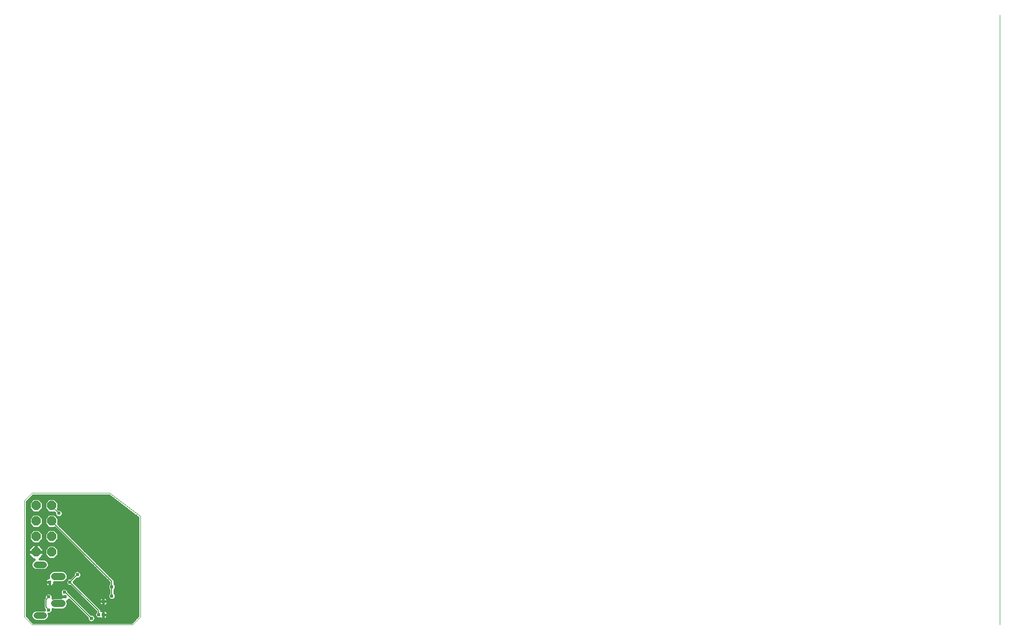
<source format=gbl>
G75*
%MOIN*%
%OFA0B0*%
%FSLAX25Y25*%
%IPPOS*%
%LPD*%
%AMOC8*
5,1,8,0,0,1.08239X$1,22.5*
%
%ADD10C,0.00000*%
%ADD11OC8,0.06000*%
%ADD12C,0.04362*%
%ADD13C,0.04756*%
%ADD14C,0.00600*%
%ADD15C,0.02400*%
%ADD16C,0.01600*%
D10*
X0010300Y0011300D02*
X0010300Y0086300D01*
X0015300Y0091300D01*
X0065300Y0091300D01*
X0085300Y0076300D01*
X0085300Y0011300D01*
X0080300Y0006300D01*
X0015300Y0006300D01*
X0010300Y0011300D01*
X0640221Y0006300D02*
X0640221Y0400001D01*
D11*
X0027800Y0083300D03*
X0027800Y0073300D03*
X0017800Y0073300D03*
X0017800Y0083300D03*
X0017800Y0063300D03*
X0017800Y0053300D03*
X0027800Y0053300D03*
X0027800Y0063300D03*
D12*
X0022481Y0045237D02*
X0018119Y0045237D01*
X0018119Y0012363D02*
X0022481Y0012363D01*
D13*
X0029733Y0020040D02*
X0034489Y0020040D01*
X0034489Y0037560D02*
X0029733Y0037560D01*
D14*
X0039700Y0033900D02*
X0044500Y0038700D01*
X0039700Y0033900D02*
X0058300Y0015300D01*
X0058300Y0012900D01*
X0053500Y0010500D02*
X0036700Y0027300D01*
X0036100Y0027300D01*
X0025900Y0024300D02*
X0024100Y0022500D01*
X0024100Y0017700D01*
X0025900Y0015900D01*
X0066700Y0024900D02*
X0066700Y0030900D01*
X0066700Y0034500D01*
X0028300Y0072900D01*
X0027800Y0073300D01*
X0032500Y0078300D02*
X0027700Y0083100D01*
X0027800Y0083300D01*
D15*
X0032500Y0078300D03*
X0044500Y0038700D03*
X0039700Y0033900D03*
X0036100Y0027300D03*
X0036700Y0024300D03*
X0025900Y0024300D03*
X0026500Y0033900D03*
X0025900Y0015900D03*
X0053500Y0010500D03*
X0058300Y0012900D03*
X0061300Y0012900D03*
X0061300Y0021300D03*
X0066700Y0024900D03*
X0066700Y0030900D03*
D16*
X0069110Y0031876D02*
X0083700Y0031876D01*
X0083700Y0030278D02*
X0069256Y0030278D01*
X0069300Y0030383D02*
X0069300Y0031417D01*
X0068904Y0032373D01*
X0068400Y0032877D01*
X0068400Y0035204D01*
X0032163Y0071441D01*
X0032200Y0071477D01*
X0032200Y0075123D01*
X0031368Y0075955D01*
X0031983Y0075700D01*
X0033017Y0075700D01*
X0033973Y0076096D01*
X0034704Y0076827D01*
X0035100Y0077783D01*
X0035100Y0078817D01*
X0034704Y0079773D01*
X0033973Y0080504D01*
X0033017Y0080900D01*
X0032304Y0080900D01*
X0031963Y0081241D01*
X0032200Y0081477D01*
X0032200Y0085123D01*
X0029623Y0087700D01*
X0025977Y0087700D01*
X0023400Y0085123D01*
X0023400Y0081477D01*
X0025977Y0078900D01*
X0029496Y0078900D01*
X0029900Y0078496D01*
X0029900Y0077783D01*
X0030155Y0077168D01*
X0029623Y0077700D01*
X0025977Y0077700D01*
X0023400Y0075123D01*
X0023400Y0071477D01*
X0025977Y0068900D01*
X0029623Y0068900D01*
X0029759Y0069037D01*
X0065000Y0033796D01*
X0065000Y0032877D01*
X0064496Y0032373D01*
X0064100Y0031417D01*
X0064100Y0030383D01*
X0064496Y0029427D01*
X0065000Y0028923D01*
X0065000Y0026877D01*
X0064496Y0026373D01*
X0064100Y0025417D01*
X0064100Y0024383D01*
X0064496Y0023427D01*
X0065227Y0022696D01*
X0066183Y0022300D01*
X0067217Y0022300D01*
X0068173Y0022696D01*
X0068904Y0023427D01*
X0069300Y0024383D01*
X0069300Y0025417D01*
X0068904Y0026373D01*
X0068400Y0026877D01*
X0068400Y0028923D01*
X0068904Y0029427D01*
X0069300Y0030383D01*
X0068400Y0028679D02*
X0083700Y0028679D01*
X0083700Y0027081D02*
X0068400Y0027081D01*
X0069273Y0025482D02*
X0083700Y0025482D01*
X0083700Y0023884D02*
X0069093Y0023884D01*
X0064307Y0023884D02*
X0062833Y0023884D01*
X0062721Y0023959D02*
X0062175Y0024185D01*
X0061595Y0024300D01*
X0061300Y0024300D01*
X0061300Y0021300D01*
X0064300Y0021300D01*
X0064300Y0021595D01*
X0064185Y0022175D01*
X0063959Y0022721D01*
X0063630Y0023212D01*
X0063212Y0023630D01*
X0062721Y0023959D01*
X0061300Y0023884D02*
X0061300Y0023884D01*
X0061300Y0024300D02*
X0061300Y0021300D01*
X0061300Y0021300D01*
X0061300Y0021300D01*
X0064300Y0021300D01*
X0064300Y0021005D01*
X0064185Y0020425D01*
X0063959Y0019879D01*
X0063630Y0019388D01*
X0063212Y0018970D01*
X0062721Y0018641D01*
X0062175Y0018415D01*
X0061595Y0018300D01*
X0061300Y0018300D01*
X0061300Y0021300D01*
X0061300Y0021300D01*
X0061300Y0021300D01*
X0058300Y0021300D01*
X0058300Y0021595D01*
X0058415Y0022175D01*
X0058641Y0022721D01*
X0058970Y0023212D01*
X0059388Y0023630D01*
X0059879Y0023959D01*
X0060425Y0024185D01*
X0061005Y0024300D01*
X0061300Y0024300D01*
X0059767Y0023884D02*
X0052121Y0023884D01*
X0053719Y0022285D02*
X0058461Y0022285D01*
X0058300Y0021300D02*
X0058300Y0021005D01*
X0058415Y0020425D01*
X0058641Y0019879D01*
X0058970Y0019388D01*
X0059388Y0018970D01*
X0059879Y0018641D01*
X0060425Y0018415D01*
X0061005Y0018300D01*
X0061300Y0018300D01*
X0061300Y0021300D01*
X0058300Y0021300D01*
X0058363Y0020687D02*
X0055318Y0020687D01*
X0056916Y0019088D02*
X0059269Y0019088D01*
X0058515Y0017490D02*
X0083700Y0017490D01*
X0083700Y0019088D02*
X0063331Y0019088D01*
X0064237Y0020687D02*
X0083700Y0020687D01*
X0083700Y0022285D02*
X0064139Y0022285D01*
X0061300Y0022285D02*
X0061300Y0022285D01*
X0061300Y0020687D02*
X0061300Y0020687D01*
X0061300Y0019088D02*
X0061300Y0019088D01*
X0061300Y0015900D02*
X0061595Y0015900D01*
X0062175Y0015785D01*
X0062721Y0015559D01*
X0063212Y0015230D01*
X0063630Y0014812D01*
X0063959Y0014321D01*
X0064185Y0013775D01*
X0064300Y0013195D01*
X0064300Y0012900D01*
X0061300Y0012900D01*
X0061300Y0012900D01*
X0061300Y0012900D01*
X0061300Y0015900D01*
X0061005Y0015900D01*
X0060425Y0015785D01*
X0060000Y0015609D01*
X0060000Y0016004D01*
X0042300Y0033704D01*
X0042300Y0034096D01*
X0044304Y0036100D01*
X0045017Y0036100D01*
X0045973Y0036496D01*
X0046704Y0037227D01*
X0047100Y0038183D01*
X0047100Y0039217D01*
X0046704Y0040173D01*
X0045973Y0040904D01*
X0045017Y0041300D01*
X0043983Y0041300D01*
X0043027Y0040904D01*
X0042296Y0040173D01*
X0041900Y0039217D01*
X0041900Y0038504D01*
X0039896Y0036500D01*
X0039183Y0036500D01*
X0038227Y0036104D01*
X0037797Y0035674D01*
X0038267Y0036808D01*
X0038267Y0038311D01*
X0037692Y0039700D01*
X0036629Y0040763D01*
X0035240Y0041338D01*
X0028982Y0041338D01*
X0027593Y0040763D01*
X0026530Y0039700D01*
X0025955Y0038311D01*
X0025955Y0036850D01*
X0025625Y0036785D01*
X0025079Y0036559D01*
X0024588Y0036230D01*
X0024170Y0035812D01*
X0023841Y0035321D01*
X0023615Y0034775D01*
X0023500Y0034195D01*
X0023500Y0033900D01*
X0026500Y0033900D01*
X0026500Y0030900D01*
X0026795Y0030900D01*
X0027375Y0031015D01*
X0027921Y0031241D01*
X0028412Y0031570D01*
X0028830Y0031988D01*
X0029159Y0032479D01*
X0029385Y0033025D01*
X0029500Y0033605D01*
X0029500Y0033782D01*
X0035240Y0033782D01*
X0036629Y0034357D01*
X0037391Y0035119D01*
X0037100Y0034417D01*
X0037100Y0033383D01*
X0037496Y0032427D01*
X0038227Y0031696D01*
X0039183Y0031300D01*
X0039896Y0031300D01*
X0056459Y0014736D01*
X0056096Y0014373D01*
X0055700Y0013417D01*
X0055700Y0012383D01*
X0056096Y0011427D01*
X0056827Y0010696D01*
X0057783Y0010300D01*
X0058817Y0010300D01*
X0059419Y0010549D01*
X0059879Y0010241D01*
X0060425Y0010015D01*
X0061005Y0009900D01*
X0061300Y0009900D01*
X0061595Y0009900D01*
X0062175Y0010015D01*
X0062721Y0010241D01*
X0063212Y0010570D01*
X0063630Y0010988D01*
X0063959Y0011479D01*
X0064185Y0012025D01*
X0064300Y0012605D01*
X0064300Y0012900D01*
X0061300Y0012900D01*
X0061300Y0009900D01*
X0061300Y0012900D01*
X0061300Y0012900D01*
X0061300Y0015900D01*
X0061300Y0015891D02*
X0061300Y0015891D01*
X0061640Y0015891D02*
X0083700Y0015891D01*
X0083700Y0014293D02*
X0063970Y0014293D01*
X0064300Y0012694D02*
X0083700Y0012694D01*
X0083700Y0011963D02*
X0079637Y0007900D01*
X0015963Y0007900D01*
X0011900Y0011963D01*
X0011900Y0085637D01*
X0015963Y0089700D01*
X0064767Y0089700D01*
X0083700Y0075500D01*
X0083700Y0011963D01*
X0082833Y0011096D02*
X0063702Y0011096D01*
X0061300Y0011096D02*
X0061300Y0011096D01*
X0061300Y0012694D02*
X0061300Y0012694D01*
X0061300Y0014293D02*
X0061300Y0014293D01*
X0060960Y0015891D02*
X0060000Y0015891D01*
X0056063Y0014293D02*
X0052112Y0014293D01*
X0053304Y0013100D02*
X0038700Y0027704D01*
X0038700Y0027817D01*
X0038304Y0028773D01*
X0037573Y0029504D01*
X0036617Y0029900D01*
X0035583Y0029900D01*
X0034627Y0029504D01*
X0033896Y0028773D01*
X0033500Y0027817D01*
X0033500Y0026783D01*
X0033896Y0025827D01*
X0034030Y0025693D01*
X0033815Y0025175D01*
X0033700Y0024595D01*
X0033700Y0024300D01*
X0036700Y0024300D01*
X0036700Y0024300D01*
X0033700Y0024300D01*
X0033700Y0024005D01*
X0033737Y0023818D01*
X0028982Y0023818D01*
X0028418Y0023585D01*
X0028500Y0023783D01*
X0028500Y0024817D01*
X0028104Y0025773D01*
X0027373Y0026504D01*
X0026417Y0026900D01*
X0025383Y0026900D01*
X0024427Y0026504D01*
X0023696Y0025773D01*
X0023300Y0024817D01*
X0023300Y0024104D01*
X0022400Y0023204D01*
X0022400Y0016996D01*
X0023300Y0016096D01*
X0023300Y0015900D01*
X0023193Y0015944D01*
X0017407Y0015944D01*
X0016090Y0015399D01*
X0015083Y0014392D01*
X0014538Y0013075D01*
X0014538Y0011651D01*
X0015083Y0010334D01*
X0016090Y0009327D01*
X0017407Y0008782D01*
X0023193Y0008782D01*
X0024510Y0009327D01*
X0025517Y0010334D01*
X0026062Y0011651D01*
X0026062Y0013075D01*
X0025969Y0013300D01*
X0026417Y0013300D01*
X0027373Y0013696D01*
X0028104Y0014427D01*
X0028500Y0015383D01*
X0028500Y0016417D01*
X0028478Y0016471D01*
X0028982Y0016262D01*
X0035240Y0016262D01*
X0036629Y0016837D01*
X0037692Y0017900D01*
X0038267Y0019289D01*
X0038267Y0020792D01*
X0037945Y0021569D01*
X0038121Y0021641D01*
X0038612Y0021970D01*
X0039030Y0022388D01*
X0039102Y0022494D01*
X0050900Y0010696D01*
X0050900Y0009983D01*
X0051296Y0009027D01*
X0052027Y0008296D01*
X0052983Y0007900D01*
X0054017Y0007900D01*
X0054973Y0008296D01*
X0055704Y0009027D01*
X0056100Y0009983D01*
X0056100Y0011017D01*
X0055704Y0011973D01*
X0054973Y0012704D01*
X0054017Y0013100D01*
X0053304Y0013100D01*
X0054983Y0012694D02*
X0055700Y0012694D01*
X0056068Y0011096D02*
X0056428Y0011096D01*
X0055899Y0009497D02*
X0081234Y0009497D01*
X0064127Y0025482D02*
X0050522Y0025482D01*
X0048923Y0027081D02*
X0065000Y0027081D01*
X0065000Y0028679D02*
X0047325Y0028679D01*
X0045726Y0030278D02*
X0064144Y0030278D01*
X0064290Y0031876D02*
X0044128Y0031876D01*
X0042529Y0033475D02*
X0065000Y0033475D01*
X0063723Y0035073D02*
X0043277Y0035073D01*
X0046149Y0036672D02*
X0062124Y0036672D01*
X0060526Y0038270D02*
X0047100Y0038270D01*
X0046830Y0039869D02*
X0058927Y0039869D01*
X0057329Y0041467D02*
X0011900Y0041467D01*
X0011900Y0039869D02*
X0026699Y0039869D01*
X0025955Y0038270D02*
X0011900Y0038270D01*
X0011900Y0036672D02*
X0025352Y0036672D01*
X0023739Y0035073D02*
X0011900Y0035073D01*
X0011900Y0033475D02*
X0023526Y0033475D01*
X0023500Y0033605D02*
X0023615Y0033025D01*
X0023841Y0032479D01*
X0024170Y0031988D01*
X0024588Y0031570D01*
X0025079Y0031241D01*
X0025625Y0031015D01*
X0026205Y0030900D01*
X0026500Y0030900D01*
X0026500Y0033900D01*
X0026500Y0033900D01*
X0026500Y0033900D01*
X0023500Y0033900D01*
X0023500Y0033605D01*
X0024281Y0031876D02*
X0011900Y0031876D01*
X0011900Y0030278D02*
X0040918Y0030278D01*
X0042517Y0028679D02*
X0038343Y0028679D01*
X0039323Y0027081D02*
X0044115Y0027081D01*
X0045714Y0025482D02*
X0040922Y0025482D01*
X0042521Y0023884D02*
X0047312Y0023884D01*
X0048911Y0022285D02*
X0044119Y0022285D01*
X0045718Y0020687D02*
X0050509Y0020687D01*
X0052108Y0019088D02*
X0047316Y0019088D01*
X0048915Y0017490D02*
X0053706Y0017490D01*
X0055305Y0015891D02*
X0050513Y0015891D01*
X0048902Y0012694D02*
X0026062Y0012694D01*
X0025832Y0011096D02*
X0050500Y0011096D01*
X0051101Y0009497D02*
X0024680Y0009497D01*
X0027970Y0014293D02*
X0047303Y0014293D01*
X0045705Y0015891D02*
X0028500Y0015891D01*
X0022400Y0017490D02*
X0011900Y0017490D01*
X0011900Y0019088D02*
X0022400Y0019088D01*
X0022400Y0020687D02*
X0011900Y0020687D01*
X0011900Y0022285D02*
X0022400Y0022285D01*
X0023079Y0023884D02*
X0011900Y0023884D01*
X0011900Y0025482D02*
X0023575Y0025482D01*
X0028225Y0025482D02*
X0033942Y0025482D01*
X0033724Y0023884D02*
X0028500Y0023884D01*
X0033500Y0027081D02*
X0011900Y0027081D01*
X0011900Y0028679D02*
X0033857Y0028679D01*
X0038047Y0031876D02*
X0028719Y0031876D01*
X0029474Y0033475D02*
X0037100Y0033475D01*
X0037345Y0035073D02*
X0037372Y0035073D01*
X0038210Y0036672D02*
X0040068Y0036672D01*
X0041666Y0038270D02*
X0038267Y0038270D01*
X0037523Y0039869D02*
X0042170Y0039869D01*
X0050935Y0047861D02*
X0024921Y0047861D01*
X0024510Y0048273D02*
X0025517Y0047266D01*
X0026062Y0045949D01*
X0026062Y0044525D01*
X0025517Y0043208D01*
X0024510Y0042201D01*
X0023193Y0041656D01*
X0017407Y0041656D01*
X0016090Y0042201D01*
X0015083Y0043208D01*
X0014538Y0044525D01*
X0014538Y0045949D01*
X0015083Y0047266D01*
X0016090Y0048273D01*
X0016639Y0048500D01*
X0015812Y0048500D01*
X0013000Y0051312D01*
X0013000Y0053100D01*
X0017600Y0053100D01*
X0017600Y0053500D01*
X0017600Y0058100D01*
X0015812Y0058100D01*
X0013000Y0055288D01*
X0013000Y0053500D01*
X0017600Y0053500D01*
X0018000Y0053500D01*
X0018000Y0058100D01*
X0019788Y0058100D01*
X0022600Y0055288D01*
X0022600Y0053500D01*
X0018000Y0053500D01*
X0018000Y0053100D01*
X0022600Y0053100D01*
X0022600Y0051312D01*
X0020106Y0048818D01*
X0023193Y0048818D01*
X0024510Y0048273D01*
X0025418Y0049460D02*
X0020748Y0049460D01*
X0022347Y0051058D02*
X0023819Y0051058D01*
X0023400Y0051477D02*
X0025977Y0048900D01*
X0029623Y0048900D01*
X0032200Y0051477D01*
X0032200Y0055123D01*
X0029623Y0057700D01*
X0025977Y0057700D01*
X0023400Y0055123D01*
X0023400Y0051477D01*
X0023400Y0052657D02*
X0022600Y0052657D01*
X0022600Y0054255D02*
X0023400Y0054255D01*
X0024131Y0055854D02*
X0022034Y0055854D01*
X0020436Y0057452D02*
X0025730Y0057452D01*
X0025977Y0058900D02*
X0029623Y0058900D01*
X0032200Y0061477D01*
X0032200Y0065123D01*
X0029623Y0067700D01*
X0025977Y0067700D01*
X0023400Y0065123D01*
X0023400Y0061477D01*
X0025977Y0058900D01*
X0025827Y0059051D02*
X0019773Y0059051D01*
X0019623Y0058900D02*
X0022200Y0061477D01*
X0022200Y0065123D01*
X0019623Y0067700D01*
X0015977Y0067700D01*
X0013400Y0065123D01*
X0013400Y0061477D01*
X0015977Y0058900D01*
X0019623Y0058900D01*
X0018000Y0057452D02*
X0017600Y0057452D01*
X0017600Y0055854D02*
X0018000Y0055854D01*
X0018000Y0054255D02*
X0017600Y0054255D01*
X0015164Y0057452D02*
X0011900Y0057452D01*
X0011900Y0055854D02*
X0013566Y0055854D01*
X0013000Y0054255D02*
X0011900Y0054255D01*
X0011900Y0052657D02*
X0013000Y0052657D01*
X0013253Y0051058D02*
X0011900Y0051058D01*
X0011900Y0049460D02*
X0014852Y0049460D01*
X0015679Y0047861D02*
X0011900Y0047861D01*
X0011900Y0046263D02*
X0014668Y0046263D01*
X0014538Y0044664D02*
X0011900Y0044664D01*
X0011900Y0043066D02*
X0015226Y0043066D01*
X0025374Y0043066D02*
X0055730Y0043066D01*
X0054132Y0044664D02*
X0026062Y0044664D01*
X0025932Y0046263D02*
X0052533Y0046263D01*
X0054144Y0049460D02*
X0083700Y0049460D01*
X0083700Y0051058D02*
X0052546Y0051058D01*
X0050947Y0052657D02*
X0083700Y0052657D01*
X0083700Y0054255D02*
X0049349Y0054255D01*
X0047750Y0055854D02*
X0083700Y0055854D01*
X0083700Y0057452D02*
X0046152Y0057452D01*
X0044553Y0059051D02*
X0083700Y0059051D01*
X0083700Y0060649D02*
X0042955Y0060649D01*
X0041356Y0062248D02*
X0083700Y0062248D01*
X0083700Y0063846D02*
X0039758Y0063846D01*
X0038159Y0065445D02*
X0083700Y0065445D01*
X0083700Y0067043D02*
X0036561Y0067043D01*
X0034962Y0068642D02*
X0083700Y0068642D01*
X0083700Y0070240D02*
X0033364Y0070240D01*
X0032200Y0071839D02*
X0083700Y0071839D01*
X0083700Y0073437D02*
X0032200Y0073437D01*
X0032200Y0075036D02*
X0083700Y0075036D01*
X0082187Y0076634D02*
X0034511Y0076634D01*
X0035100Y0078233D02*
X0080056Y0078233D01*
X0077925Y0079832D02*
X0034645Y0079832D01*
X0032153Y0081430D02*
X0075793Y0081430D01*
X0073662Y0083029D02*
X0032200Y0083029D01*
X0032200Y0084627D02*
X0071531Y0084627D01*
X0069399Y0086226D02*
X0031097Y0086226D01*
X0024503Y0086226D02*
X0021097Y0086226D01*
X0022200Y0085123D02*
X0019623Y0087700D01*
X0015977Y0087700D01*
X0013400Y0085123D01*
X0013400Y0081477D01*
X0015977Y0078900D01*
X0019623Y0078900D01*
X0022200Y0081477D01*
X0022200Y0085123D01*
X0022200Y0084627D02*
X0023400Y0084627D01*
X0023400Y0083029D02*
X0022200Y0083029D01*
X0022153Y0081430D02*
X0023447Y0081430D01*
X0025046Y0079832D02*
X0020554Y0079832D01*
X0019623Y0077700D02*
X0015977Y0077700D01*
X0013400Y0075123D01*
X0013400Y0071477D01*
X0015977Y0068900D01*
X0019623Y0068900D01*
X0022200Y0071477D01*
X0022200Y0075123D01*
X0019623Y0077700D01*
X0020688Y0076634D02*
X0024912Y0076634D01*
X0023400Y0075036D02*
X0022200Y0075036D01*
X0022200Y0073437D02*
X0023400Y0073437D01*
X0023400Y0071839D02*
X0022200Y0071839D01*
X0020963Y0070240D02*
X0024637Y0070240D01*
X0025321Y0067043D02*
X0020279Y0067043D01*
X0021878Y0065445D02*
X0023722Y0065445D01*
X0023400Y0063846D02*
X0022200Y0063846D01*
X0022200Y0062248D02*
X0023400Y0062248D01*
X0024228Y0060649D02*
X0021372Y0060649D01*
X0015827Y0059051D02*
X0011900Y0059051D01*
X0011900Y0060649D02*
X0014228Y0060649D01*
X0013400Y0062248D02*
X0011900Y0062248D01*
X0011900Y0063846D02*
X0013400Y0063846D01*
X0013722Y0065445D02*
X0011900Y0065445D01*
X0011900Y0067043D02*
X0015321Y0067043D01*
X0014637Y0070240D02*
X0011900Y0070240D01*
X0011900Y0068642D02*
X0030154Y0068642D01*
X0030279Y0067043D02*
X0031752Y0067043D01*
X0031878Y0065445D02*
X0033351Y0065445D01*
X0032200Y0063846D02*
X0034949Y0063846D01*
X0036548Y0062248D02*
X0032200Y0062248D01*
X0031372Y0060649D02*
X0038146Y0060649D01*
X0039745Y0059051D02*
X0029773Y0059051D01*
X0029870Y0057452D02*
X0041343Y0057452D01*
X0042942Y0055854D02*
X0031469Y0055854D01*
X0032200Y0054255D02*
X0044540Y0054255D01*
X0046139Y0052657D02*
X0032200Y0052657D01*
X0031781Y0051058D02*
X0047738Y0051058D01*
X0049336Y0049460D02*
X0030182Y0049460D01*
X0026500Y0033475D02*
X0026500Y0033475D01*
X0026500Y0031876D02*
X0026500Y0031876D01*
X0038928Y0022285D02*
X0039311Y0022285D01*
X0038267Y0020687D02*
X0040909Y0020687D01*
X0042508Y0019088D02*
X0038184Y0019088D01*
X0037281Y0017490D02*
X0044106Y0017490D01*
X0017279Y0015891D02*
X0011900Y0015891D01*
X0011900Y0014293D02*
X0015042Y0014293D01*
X0014538Y0012694D02*
X0011900Y0012694D01*
X0012767Y0011096D02*
X0014768Y0011096D01*
X0014366Y0009497D02*
X0015920Y0009497D01*
X0063735Y0039869D02*
X0083700Y0039869D01*
X0083700Y0041467D02*
X0062137Y0041467D01*
X0060538Y0043066D02*
X0083700Y0043066D01*
X0083700Y0044664D02*
X0058940Y0044664D01*
X0057341Y0046263D02*
X0083700Y0046263D01*
X0083700Y0047861D02*
X0055743Y0047861D01*
X0065334Y0038270D02*
X0083700Y0038270D01*
X0083700Y0036672D02*
X0066932Y0036672D01*
X0068400Y0035073D02*
X0083700Y0035073D01*
X0083700Y0033475D02*
X0068400Y0033475D01*
X0013400Y0071839D02*
X0011900Y0071839D01*
X0011900Y0073437D02*
X0013400Y0073437D01*
X0013400Y0075036D02*
X0011900Y0075036D01*
X0011900Y0076634D02*
X0014912Y0076634D01*
X0015046Y0079832D02*
X0011900Y0079832D01*
X0011900Y0081430D02*
X0013447Y0081430D01*
X0013400Y0083029D02*
X0011900Y0083029D01*
X0011900Y0084627D02*
X0013400Y0084627D01*
X0012488Y0086226D02*
X0014503Y0086226D01*
X0014087Y0087824D02*
X0067268Y0087824D01*
X0065137Y0089423D02*
X0015685Y0089423D01*
X0011900Y0078233D02*
X0029900Y0078233D01*
M02*

</source>
